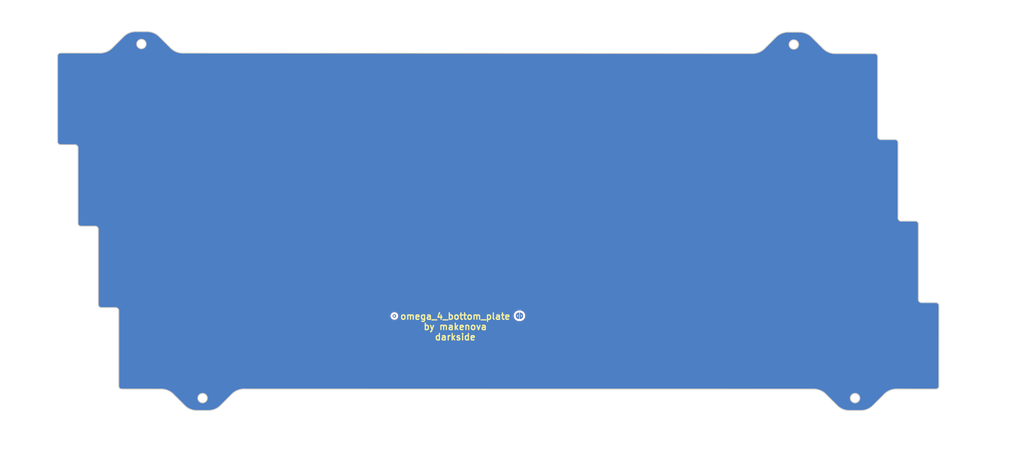
<source format=kicad_pcb>
(kicad_pcb (version 20221018) (generator pcbnew)
  (layers (0 "F.Cu" signal) (31 "B.Cu" signal) (34 "B.Paste" user) (35 "F.Paste" user) (36 "B.SilkS" user "B.Silkscreen") (37 "F.SilkS" user "F.Silkscreen") (38 "B.Mask" user) (39 "F.Mask" user) (44 "Edge.Cuts" user))
  (net 0 "")
  (net 1 "GND")
  (net 2 "Net-(JP1-Pad2)")
  (net 3 "Net-(JP1-Pad1)")
  (footprint "Keebio-Parts:solder_jumper" (layer "F.Cu") (at 154.725 112.875)
    (fp_text reference "JP1" hide)
    (fp_text value "Jumper_NO_Small" hide)
    (fp_poly (pts (xy -0.1 -0.75) (xy -0.3565 -0.7048) (xy -0.5821 -0.5745) (xy -0.7495 -0.375) (xy -0.8386 -0.1302) (xy -0.8386 0.1302) (xy -0.7495 0.375) (xy -0.5821 0.5745) (xy -0.3565 0.7048) (xy -0.1 0.75) (xy -0.1 -0.75)) (stroke (width 0.01)) (fill solid) (layer "F.Cu"))
    (fp_poly (pts (xy 0.1 0.75) (xy 0.3565 0.7048) (xy 0.5821 0.5745) (xy 0.7495 0.375) (xy 0.8386 0.1302) (xy 0.8386 -0.1302) (xy 0.7495 -0.375) (xy 0.5821 -0.5745) (xy 0.3565 -0.7048) (xy 0.1 -0.75) (xy 0.1 0.75)) (stroke (width 0.01)) (fill solid) (layer "F.Cu"))
    (fp_poly (pts (xy -0.1 -0.75) (xy -0.3565 -0.7048) (xy -0.5821 -0.5745) (xy -0.7495 -0.375) (xy -0.8386 -0.1302) (xy -0.8386 0.1302) (xy -0.7495 0.375) (xy -0.5821 0.5745) (xy -0.3565 0.7048) (xy -0.1 0.75) (xy -0.1 -0.75)) (stroke (width 0.01)) (fill solid) (layer "B.Cu"))
    (fp_poly (pts (xy 0.1 0.75) (xy 0.3565 0.7048) (xy 0.5821 0.5745) (xy 0.7495 0.375) (xy 0.8386 0.1302) (xy 0.8386 -0.1302) (xy 0.7495 -0.375) (xy 0.5821 -0.5745) (xy 0.3565 -0.7048) (xy 0.1 -0.75) (xy 0.1 0.75)) (stroke (width 0.01)) (fill solid) (layer "B.Cu"))
    (pad "1" thru_hole circle (at -0.45 0) (size 0.4 0.4) (drill 0.3) (layers "*.Cu" "*.Mask") (net 3 "Net-(JP1-Pad1)"))
    (pad "2" thru_hole circle (at 0.45 0) (size 0.4 0.4) (drill 0.3) (layers "*.Cu" "*.Mask") (net 2 "Net-(JP1-Pad2)"))
  )
  (gr_arc (start 47.470312 72.897557) (mid 46.975338 72.692532) (end 46.770313 72.197558) (stroke (width 0.2)) (layer "Edge.Cuts"))
  (gr_arc (start 239.145312 71.697557) (mid 238.650338 71.492532) (end 238.445313 70.997558) (stroke (width 0.2)) (layer "Edge.Cuts"))
  (gr_arc (start 55.595312 91.947559) (mid 56.090287 92.152584) (end 56.295313 92.647558) (stroke (width 0.2)) (layer "Edge.Cuts"))
  (gr_circle (center 80.671966 132.117558) (end 81.771966 132.117558) (stroke (width 0.2)) (fill none) (layer "Edge.Cuts"))
  (gr_line (start 51.545313 91.247559) (end 51.545313 73.597559) (stroke (width 0.2)) (layer "Edge.Cuts"))
  (gr_arc (start 220.192402 46.582598) (mid 221.723136 46.88708) (end 223.020829 47.754171) (stroke (width 0.2)) (layer "Edge.Cuts"))
  (gr_arc (start 214.677683 47.754171) (mid 215.975376 46.88708) (end 217.50611 46.582598) (stroke (width 0.2)) (layer "Edge.Cuts"))
  (gr_arc (start 243.920313 90.747558) (mid 243.425338 90.542533) (end 243.220313 90.047558) (stroke (width 0.2)) (layer "Edge.Cuts"))
  (gr_circle (center 233.159467 132.117558) (end 234.259467 132.117558) (stroke (width 0.2)) (fill none) (layer "Edge.Cuts"))
  (gr_line (start 239.145313 71.697558) (end 242.520313 71.697558) (stroke (width 0.2)) (layer "Edge.Cuts"))
  (gr_circle (center 218.846972 49.482598) (end 219.946972 49.482598) (stroke (width 0.2)) (fill none) (layer "Edge.Cuts"))
  (gr_arc (start 231.818605 135.017557) (mid 230.287871 134.713075) (end 228.990178 133.845984) (stroke (width 0.2)) (layer "Edge.Cuts"))
  (gr_arc (start 239.995528 131.18378) (mid 241.294288 130.316247) (end 242.826264 130.012208) (stroke (width 0.2)) (layer "Edge.Cuts"))
  (gr_arc (start 62.202671 47.634097) (mid 63.500364 46.767006) (end 65.031098 46.462524) (stroke (width 0.2)) (layer "Edge.Cuts"))
  (gr_line (start 47.470835 51.448083) (end 56.721934 51.454991) (stroke (width 0.2)) (layer "Edge.Cuts"))
  (gr_arc (start 228.510667 51.590141) (mid 226.981541 51.285088) (end 225.685227 50.418569) (stroke (width 0.2)) (layer "Edge.Cuts"))
  (gr_line (start 223.020829 47.754171) (end 225.685227 50.418569) (stroke (width 0.2)) (layer "Edge.Cuts"))
  (gr_line (start 82.017396 135.017557) (end 79.331104 135.017557) (stroke (width 0.2)) (layer "Edge.Cuts"))
  (gr_arc (start 59.553348 50.283419) (mid 58.254275 51.151081) (end 56.721934 51.454991) (stroke (width 0.2)) (layer "Edge.Cuts"))
  (gr_arc (start 242.520312 71.697559) (mid 243.015287 71.902584) (end 243.220313 72.397558) (stroke (width 0.2)) (layer "Edge.Cuts"))
  (gr_arc (start 56.995313 110.972559) (mid 56.500338 110.767534) (end 56.295313 110.272559) (stroke (width 0.2)) (layer "Edge.Cuts"))
  (gr_arc (start 87.508831 131.182976) (mid 88.806695 130.315814) (end 90.337627 130.011403) (stroke (width 0.2)) (layer "Edge.Cuts"))
  (gr_line (start 238.445312 52.297037) (end 238.445313 70.997558) (stroke (width 0.2)) (layer "Edge.Cuts"))
  (gr_line (start 243.920313 90.747558) (end 247.270313 90.747558) (stroke (width 0.2)) (layer "Edge.Cuts"))
  (gr_line (start 234.504897 135.017557) (end 231.818605 135.017557) (stroke (width 0.2)) (layer "Edge.Cuts"))
  (gr_line (start 243.220313 72.397558) (end 243.220313 90.047558) (stroke (width 0.2)) (layer "Edge.Cuts"))
  (gr_line (start 70.545817 47.634097) (end 73.210282 50.298562) (stroke (width 0.2)) (layer "Edge.Cuts"))
  (gr_arc (start 76.035559 51.470134) (mid 74.50652 51.16505) (end 73.210282 50.298562) (stroke (width 0.2)) (layer "Edge.Cuts"))
  (gr_arc (start 212.028427 50.403427) (mid 210.729278 51.27112) (end 209.19685 51.574999) (stroke (width 0.2)) (layer "Edge.Cuts"))
  (gr_line (start 239.995528 131.18378) (end 237.333324 133.845984) (stroke (width 0.2)) (layer "Edge.Cuts"))
  (gr_arc (start 223.511406 130.023697) (mid 225.041941 130.328249) (end 226.339464 131.19527) (stroke (width 0.2)) (layer "Edge.Cuts"))
  (gr_line (start 46.770313 72.197558) (end 46.770313 52.148082) (stroke (width 0.2)) (layer "Edge.Cuts"))
  (gr_arc (start 247.270313 90.747558) (mid 247.765288 90.952583) (end 247.970313 91.447558) (stroke (width 0.2)) (layer "Edge.Cuts"))
  (gr_line (start 212.028427 50.403427) (end 214.677683 47.754171) (stroke (width 0.2)) (layer "Edge.Cuts"))
  (gr_line (start 228.510667 51.590141) (end 237.745835 51.597037) (stroke (width 0.2)) (layer "Edge.Cuts"))
  (gr_arc (start 252.070249 109.797558) (mid 252.565381 110.002741) (end 252.770249 110.498004) (stroke (width 0.2)) (layer "Edge.Cuts"))
  (gr_arc (start 67.71739 46.462524) (mid 69.248124 46.767006) (end 70.545817 47.634097) (stroke (width 0.2)) (layer "Edge.Cuts"))
  (gr_line (start 65.031098 46.462524) (end 67.71739 46.462524) (stroke (width 0.2)) (layer "Edge.Cuts"))
  (gr_line (start 252.057855 130.017537) (end 242.826264 130.012208) (stroke (width 0.2)) (layer "Edge.Cuts"))
  (gr_line (start 76.502677 133.845984) (end 73.851219 131.194526) (stroke (width 0.2)) (layer "Edge.Cuts"))
  (gr_arc (start 84.845823 133.845984) (mid 83.54813 134.713075) (end 82.017396 135.017557) (stroke (width 0.2)) (layer "Edge.Cuts"))
  (gr_arc (start 52.245314 91.947558) (mid 51.750339 91.742533) (end 51.545313 91.247559) (stroke (width 0.2)) (layer "Edge.Cuts"))
  (gr_line (start 56.295313 110.272559) (end 56.295313 92.647558) (stroke (width 0.2)) (layer "Edge.Cuts"))
  (gr_arc (start 79.331104 135.017557) (mid 77.80037 134.713075) (end 76.502677 133.845984) (stroke (width 0.2)) (layer "Edge.Cuts"))
  (gr_arc (start 252.758259 129.317983) (mid 252.552933 129.812812) (end 252.057855 130.017537) (stroke (width 0.2)) (layer "Edge.Cuts"))
  (gr_line (start 228.990178 133.845984) (end 226.339464 131.19527) (stroke (width 0.2)) (layer "Edge.Cuts"))
  (gr_line (start 50.845313 72.897559) (end 47.470312 72.897558) (stroke (width 0.2)) (layer "Edge.Cuts"))
  (gr_arc (start 60.370313 110.972559) (mid 60.865288 111.177584) (end 61.070313 111.672559) (stroke (width 0.2)) (layer "Edge.Cuts"))
  (gr_arc (start 248.670313 109.797558) (mid 248.175338 109.592533) (end 247.970313 109.097558) (stroke (width 0.2)) (layer "Edge.Cuts"))
  (gr_arc (start 237.745835 51.597037) (mid 238.240472 51.802247) (end 238.445312 52.297037) (stroke (width 0.2)) (layer "Edge.Cuts"))
  (gr_line (start 76.035559 51.470134) (end 209.19685 51.574999) (stroke (width 0.2)) (layer "Edge.Cuts"))
  (gr_arc (start 237.333324 133.845984) (mid 236.035631 134.713075) (end 234.504897 135.017557) (stroke (width 0.2)) (layer "Edge.Cuts"))
  (gr_line (start 217.50611 46.582598) (end 220.192402 46.582598) (stroke (width 0.2)) (layer "Edge.Cuts"))
  (gr_line (start 248.670313 109.797558) (end 252.070249 109.797558) (stroke (width 0.2)) (layer "Edge.Cuts"))
  (gr_circle (center 66.37196 49.362523) (end 67.47196 49.362523) (stroke (width 0.2)) (fill none) (layer "Edge.Cuts"))
  (gr_arc (start 71.02496 130.022954) (mid 72.554527 130.32785) (end 73.851219 131.194526) (stroke (width 0.2)) (layer "Edge.Cuts"))
  (gr_line (start 60.370313 110.972559) (end 56.995313 110.972559) (stroke (width 0.2)) (layer "Edge.Cuts"))
  (gr_line (start 61.070313 129.317938) (end 61.070313 111.672559) (stroke (width 0.2)) (layer "Edge.Cuts"))
  (gr_line (start 252.770249 110.498004) (end 252.758259 129.317983) (stroke (width 0.2)) (layer "Edge.Cuts"))
  (gr_line (start 71.024959 130.022953) (end 61.769933 130.017938) (stroke (width 0.2)) (layer "Edge.Cuts"))
  (gr_arc (start 46.770313 52.148082) (mid 46.975523 51.652923) (end 47.470835 51.448083) (stroke (width 0.2)) (layer "Edge.Cuts"))
  (gr_line (start 59.553348 50.28342) (end 62.202671 47.634097) (stroke (width 0.2)) (layer "Edge.Cuts"))
  (gr_line (start 223.511407 130.023698) (end 90.337627 130.011403) (stroke (width 0.2)) (layer "Edge.Cuts"))
  (gr_line (start 55.595313 91.947559) (end 52.245313 91.947558) (stroke (width 0.2)) (layer "Edge.Cuts"))
  (gr_arc (start 50.845313 72.897559) (mid 51.340288 73.102584) (end 51.545313 73.597559) (stroke (width 0.2)) (layer "Edge.Cuts"))
  (gr_line (start 247.970313 91.447558) (end 247.970313 109.097558) (stroke (width 0.2)) (layer "Edge.Cuts"))
  (gr_line (start 87.508831 131.182976) (end 84.845823 133.845984) (stroke (width 0.2)) (layer "Edge.Cuts"))
  (gr_arc (start 61.769934 130.017938) (mid 61.275204 129.812779) (end 61.070313 129.317938) (stroke (width 0.2)) (layer "Edge.Cuts"))
  (gr_text "omega_4_bottom_plate\nby makenova\ndarkside" (at 139.725 115.425) (layer "F.SilkS") (effects (font (size 1.5 1.5) (thickness 0.3))))
  (via (at 125.5 112.925) (size 0.8) (drill 0.4) (layers "F.Cu" "B.Cu") (net 0))
  (zone (net 1) (net_name "GND") (layer "F.Cu") (connect_pads (clearance 0.508)) (min_thickness 0.254) (fill yes (thermal_gap 0.508) (thermal_bridge_width 0.508))
    (polygon (pts (xy 33.625 39.075) (xy 272.65 39.075) (xy 272.65 144.9) (xy 33.325 144.975)))
  )
  (zone (net 1) (net_name "GND") (layer "B.Cu") (connect_pads (clearance 0.508)) (min_thickness 0.254) (fill yes (thermal_gap 0.508) (thermal_bridge_width 0.508))
    (polygon (pts (xy 38.175 44.75) (xy 266.05 44.95) (xy 266.2 138.075) (xy 38.125 138.2)))
  )
)
</source>
